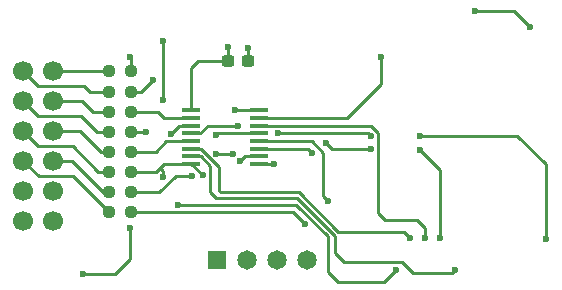
<source format=gbr>
%TF.GenerationSoftware,KiCad,Pcbnew,8.0.5*%
%TF.CreationDate,2024-11-30T18:41:16+03:00*%
%TF.ProjectId,pmod_esp32_4_layer.kicad_sch,706d6f64-5f65-4737-9033-325f345f6c61,rev?*%
%TF.SameCoordinates,Original*%
%TF.FileFunction,Copper,L4,Bot*%
%TF.FilePolarity,Positive*%
%FSLAX46Y46*%
G04 Gerber Fmt 4.6, Leading zero omitted, Abs format (unit mm)*
G04 Created by KiCad (PCBNEW 8.0.5) date 2024-11-30 18:41:16*
%MOMM*%
%LPD*%
G01*
G04 APERTURE LIST*
G04 Aperture macros list*
%AMRoundRect*
0 Rectangle with rounded corners*
0 $1 Rounding radius*
0 $2 $3 $4 $5 $6 $7 $8 $9 X,Y pos of 4 corners*
0 Add a 4 corners polygon primitive as box body*
4,1,4,$2,$3,$4,$5,$6,$7,$8,$9,$2,$3,0*
0 Add four circle primitives for the rounded corners*
1,1,$1+$1,$2,$3*
1,1,$1+$1,$4,$5*
1,1,$1+$1,$6,$7*
1,1,$1+$1,$8,$9*
0 Add four rect primitives between the rounded corners*
20,1,$1+$1,$2,$3,$4,$5,0*
20,1,$1+$1,$4,$5,$6,$7,0*
20,1,$1+$1,$6,$7,$8,$9,0*
20,1,$1+$1,$8,$9,$2,$3,0*%
G04 Aperture macros list end*
%TA.AperFunction,ComponentPad*%
%ADD10C,1.695000*%
%TD*%
%TA.AperFunction,ComponentPad*%
%ADD11R,1.650000X1.650000*%
%TD*%
%TA.AperFunction,ComponentPad*%
%ADD12C,1.650000*%
%TD*%
%TA.AperFunction,SMDPad,CuDef*%
%ADD13RoundRect,0.237500X-0.250000X-0.237500X0.250000X-0.237500X0.250000X0.237500X-0.250000X0.237500X0*%
%TD*%
%TA.AperFunction,SMDPad,CuDef*%
%ADD14RoundRect,0.051250X-0.733750X-0.153750X0.733750X-0.153750X0.733750X0.153750X-0.733750X0.153750X0*%
%TD*%
%TA.AperFunction,SMDPad,CuDef*%
%ADD15RoundRect,0.237500X0.300000X0.237500X-0.300000X0.237500X-0.300000X-0.237500X0.300000X-0.237500X0*%
%TD*%
%TA.AperFunction,ViaPad*%
%ADD16C,0.600000*%
%TD*%
%TA.AperFunction,Conductor*%
%ADD17C,0.254000*%
%TD*%
G04 APERTURE END LIST*
D10*
%TO.P,J2,1,1*%
%TO.N,Net-(J2-Pad1)*%
X132033500Y-98300000D03*
%TO.P,J2,2,2*%
%TO.N,Net-(J2-Pad2)*%
X132033500Y-100840000D03*
%TO.P,J2,3,3*%
%TO.N,Net-(J2-Pad3)*%
X132033500Y-103380000D03*
%TO.P,J2,4,4*%
%TO.N,Net-(J2-Pad4)*%
X132033500Y-105920000D03*
%TO.P,J2,5,5*%
%TO.N,/GND*%
X132033500Y-108460000D03*
%TO.P,J2,6,6*%
%TO.N,/VCC3V3*%
X132033500Y-111000000D03*
%TO.P,J2,7,7*%
%TO.N,Net-(J2-Pad7)*%
X129493500Y-98300000D03*
%TO.P,J2,8,8*%
%TO.N,Net-(J2-Pad8)*%
X129493500Y-100840000D03*
%TO.P,J2,9,9*%
%TO.N,Net-(J2-Pad9)*%
X129493500Y-103380000D03*
%TO.P,J2,10,10*%
%TO.N,Net-(J2-Pad10)*%
X129493500Y-105920000D03*
%TO.P,J2,11,11*%
%TO.N,/GND*%
X129493500Y-108460000D03*
%TO.P,J2,12,12*%
%TO.N,/VCC3V3*%
X129493500Y-111000000D03*
%TD*%
D11*
%TO.P,J1,1,1*%
%TO.N,/TXD0*%
X145847500Y-114350000D03*
D12*
%TO.P,J1,2,2*%
%TO.N,/RXD0*%
X148387500Y-114350000D03*
%TO.P,J1,3,3*%
%TO.N,/GND*%
X150927500Y-114350000D03*
%TO.P,J1,4,4*%
%TO.N,/IO0*%
X153467500Y-114350000D03*
%TD*%
D13*
%TO.P,R7,1*%
%TO.N,Net-(J2-Pad4)*%
X136737500Y-108600000D03*
%TO.P,R7,2*%
%TO.N,/CTS{slash}SCK*%
X138562500Y-108600000D03*
%TD*%
%TO.P,R1,1*%
%TO.N,Net-(J2-Pad1)*%
X136737500Y-98328574D03*
%TO.P,R1,2*%
%TO.N,/RTS{slash}SS*%
X138562500Y-98328574D03*
%TD*%
%TO.P,R4,1*%
%TO.N,Net-(J2-Pad9)*%
X136737500Y-106850000D03*
%TO.P,R4,2*%
%TO.N,/SELECT*%
X138562500Y-106850000D03*
%TD*%
%TO.P,R8,1*%
%TO.N,Net-(J2-Pad8)*%
X136737500Y-103500000D03*
%TO.P,R8,2*%
%TO.N,/EN*%
X138562500Y-103500000D03*
%TD*%
%TO.P,R2,1*%
%TO.N,Net-(J2-Pad7)*%
X136737500Y-100057145D03*
%TO.P,R2,2*%
%TO.N,/INT*%
X138562500Y-100057145D03*
%TD*%
D14*
%TO.P,U2,1,IN*%
%TO.N,/SELECT*%
X143710000Y-106200000D03*
%TO.P,U2,2,NC1*%
%TO.N,/MISO*%
X143710000Y-105550000D03*
%TO.P,U2,3,NO1*%
%TO.N,/TXD*%
X143710000Y-104900000D03*
%TO.P,U2,4,COM1*%
%TO.N,/TXD{slash}MISO*%
X143710000Y-104250000D03*
%TO.P,U2,5,NC2*%
%TO.N,/MOSI*%
X143710000Y-103600000D03*
%TO.P,U2,6,NO2*%
%TO.N,/RXD*%
X143710000Y-102950000D03*
%TO.P,U2,7,COM2*%
%TO.N,/RXD{slash}MOSI*%
X143710000Y-102300000D03*
%TO.P,U2,8,GND*%
%TO.N,/GND*%
X143710000Y-101650000D03*
%TO.P,U2,9,COM3*%
%TO.N,/RTS{slash}SS*%
X149450000Y-101650000D03*
%TO.P,U2,10,NO3*%
%TO.N,/RTS*%
X149450000Y-102300000D03*
%TO.P,U2,11,NC3*%
%TO.N,/SS*%
X149450000Y-102950000D03*
%TO.P,U2,12,COM4*%
%TO.N,/CTS{slash}SCK*%
X149450000Y-103600000D03*
%TO.P,U2,13,NO4*%
%TO.N,/CTS*%
X149450000Y-104250000D03*
%TO.P,U2,14,NC4*%
%TO.N,/SCK*%
X149450000Y-104900000D03*
%TO.P,U2,15,~{EN}*%
%TO.N,/GND*%
X149450000Y-105550000D03*
%TO.P,U2,16,V+*%
%TO.N,/VCC3V3*%
X149450000Y-106200000D03*
%TD*%
D13*
%TO.P,R9,1*%
%TO.N,Net-(J2-Pad2)*%
X136737500Y-101800000D03*
%TO.P,R9,2*%
%TO.N,/RXD{slash}MOSI*%
X138562500Y-101800000D03*
%TD*%
%TO.P,R6,1*%
%TO.N,Net-(J2-Pad10)*%
X136737500Y-110300000D03*
%TO.P,R6,2*%
%TO.N,/GPIO*%
X138562500Y-110300000D03*
%TD*%
D15*
%TO.P,C4,1*%
%TO.N,/VCC3V3*%
X148500000Y-97500000D03*
%TO.P,C4,2*%
%TO.N,/GND*%
X146775000Y-97500000D03*
%TD*%
D13*
%TO.P,R3,1*%
%TO.N,Net-(J2-Pad3)*%
X136737500Y-105150000D03*
%TO.P,R3,2*%
%TO.N,/TXD{slash}MISO*%
X138562500Y-105150000D03*
%TD*%
D16*
%TO.N,/EN*%
X139850000Y-103500000D03*
X167750000Y-93200000D03*
X172400000Y-94600000D03*
X141300000Y-95750000D03*
X141300000Y-100800000D03*
%TO.N,/GND*%
X146779828Y-96270172D03*
X147850000Y-105977000D03*
%TO.N,/VCC3V3*%
X148500000Y-96350000D03*
X150750000Y-106200000D03*
%TO.N,/RTS{slash}SS*%
X147400000Y-101600000D03*
X138550000Y-97150000D03*
%TO.N,/INT*%
X140450000Y-99050000D03*
%TO.N,/SELECT*%
X141307097Y-107301471D03*
X144673001Y-107163711D03*
X147200000Y-105350000D03*
X145823001Y-105341290D03*
X134550000Y-115500000D03*
X138500000Y-111600000D03*
%TO.N,/GPIO*%
X153350000Y-111300000D03*
%TO.N,/CTS{slash}SCK*%
X143750000Y-107200000D03*
X145823000Y-103700000D03*
%TO.N,/TXD*%
X162250000Y-112500000D03*
%TO.N,/SS*%
X163500000Y-112450000D03*
%TO.N,/MOSI*%
X163050000Y-103800000D03*
X158900000Y-103800000D03*
X173700000Y-112550000D03*
X151050000Y-103600000D03*
X147700000Y-102973000D03*
%TO.N,/CTS*%
X155300000Y-109300000D03*
%TO.N,/MISO*%
X166050000Y-115150000D03*
%TO.N,/RTS*%
X159750000Y-97150000D03*
%TO.N,/SCK*%
X163100000Y-105000000D03*
X158900000Y-104950000D03*
X153968356Y-105268356D03*
X164800000Y-112500000D03*
X155150000Y-104450000D03*
%TO.N,/RXD*%
X161000000Y-115150000D03*
X142000000Y-103623000D03*
X142600000Y-109650000D03*
%TD*%
D17*
%TO.N,/EN*%
X141300000Y-100800000D02*
X141300000Y-95750000D01*
X138562500Y-103500000D02*
X139850000Y-103500000D01*
X171000000Y-93200000D02*
X167750000Y-93200000D01*
X172400000Y-94600000D02*
X171000000Y-93200000D01*
%TO.N,/GND*%
X148277000Y-105550000D02*
X147850000Y-105977000D01*
X143710000Y-101650000D02*
X143710000Y-98040000D01*
X149450000Y-105550000D02*
X148277000Y-105550000D01*
X143710000Y-98040000D02*
X144250000Y-97500000D01*
X146775000Y-97500000D02*
X146775000Y-96275000D01*
X144250000Y-97500000D02*
X146775000Y-97500000D01*
X146775000Y-96275000D02*
X146779828Y-96270172D01*
%TO.N,/VCC3V3*%
X148500000Y-97500000D02*
X148500000Y-96350000D01*
X149450000Y-106200000D02*
X150750000Y-106200000D01*
%TO.N,Net-(J2-Pad10)*%
X136737500Y-110300000D02*
X136737500Y-110287500D01*
X130773500Y-107200000D02*
X129493500Y-105920000D01*
X136737500Y-110287500D02*
X133650000Y-107200000D01*
X133650000Y-107200000D02*
X130773500Y-107200000D01*
%TO.N,Net-(J2-Pad2)*%
X136737500Y-101800000D02*
X135400000Y-101800000D01*
X135400000Y-101800000D02*
X134440000Y-100840000D01*
X134440000Y-100840000D02*
X132033500Y-100840000D01*
%TO.N,Net-(J2-Pad7)*%
X134600000Y-99550000D02*
X130743500Y-99550000D01*
X130743500Y-99550000D02*
X129493500Y-98300000D01*
X136737500Y-100057145D02*
X135107145Y-100057145D01*
X135107145Y-100057145D02*
X134600000Y-99550000D01*
%TO.N,Net-(J2-Pad1)*%
X132062074Y-98328574D02*
X132033500Y-98300000D01*
X136737500Y-98328574D02*
X132062074Y-98328574D01*
%TO.N,Net-(J2-Pad3)*%
X136050000Y-105150000D02*
X134280000Y-103380000D01*
X136737500Y-105150000D02*
X136050000Y-105150000D01*
X134280000Y-103380000D02*
X132033500Y-103380000D01*
%TO.N,Net-(J2-Pad8)*%
X134350000Y-102100000D02*
X130753500Y-102100000D01*
X136737500Y-103500000D02*
X135750000Y-103500000D01*
X130753500Y-102100000D02*
X129493500Y-100840000D01*
X135750000Y-103500000D02*
X134350000Y-102100000D01*
%TO.N,Net-(J2-Pad4)*%
X133570000Y-105920000D02*
X132033500Y-105920000D01*
X136250000Y-108600000D02*
X133570000Y-105920000D01*
X136737500Y-108600000D02*
X136250000Y-108600000D01*
%TO.N,Net-(J2-Pad9)*%
X135850000Y-106850000D02*
X133650000Y-104650000D01*
X130763500Y-104650000D02*
X129493500Y-103380000D01*
X136737500Y-106850000D02*
X135850000Y-106850000D01*
X133650000Y-104650000D02*
X130763500Y-104650000D01*
%TO.N,/RTS{slash}SS*%
X138562500Y-97162500D02*
X138550000Y-97150000D01*
X138562500Y-98328574D02*
X138562500Y-97162500D01*
X147400000Y-101600000D02*
X149400000Y-101600000D01*
X149400000Y-101600000D02*
X149450000Y-101650000D01*
%TO.N,/INT*%
X138562500Y-100057145D02*
X139442855Y-100057145D01*
X139442855Y-100057145D02*
X140450000Y-99050000D01*
%TO.N,/TXD{slash}MISO*%
X141600000Y-104250000D02*
X143710000Y-104250000D01*
X140700000Y-105150000D02*
X141600000Y-104250000D01*
X138562500Y-105150000D02*
X140700000Y-105150000D01*
%TO.N,/SELECT*%
X134550000Y-115500000D02*
X137250000Y-115500000D01*
X141307097Y-107301471D02*
X141307097Y-106807097D01*
X138500000Y-114250000D02*
X138500000Y-114150000D01*
X145823001Y-105341290D02*
X147191290Y-105341290D01*
X143710000Y-106200710D02*
X144673001Y-107163711D01*
X141400000Y-106200000D02*
X143710000Y-106200000D01*
X143710000Y-106200000D02*
X143710000Y-106200710D01*
X140750000Y-106850000D02*
X141050000Y-106550000D01*
X141050000Y-106550000D02*
X141400000Y-106200000D01*
X147191290Y-105341290D02*
X147200000Y-105350000D01*
X138562500Y-106850000D02*
X140750000Y-106850000D01*
X137250000Y-115500000D02*
X138500000Y-114250000D01*
X141307097Y-106807097D02*
X141050000Y-106550000D01*
X138500000Y-114150000D02*
X138500000Y-111600000D01*
%TO.N,/GPIO*%
X152350000Y-110300000D02*
X138562500Y-110300000D01*
X153350000Y-111300000D02*
X152350000Y-110300000D01*
%TO.N,/CTS{slash}SCK*%
X142400000Y-107200000D02*
X141000000Y-108600000D01*
X143750000Y-107200000D02*
X142400000Y-107200000D01*
X145923000Y-103600000D02*
X149450000Y-103600000D01*
X141000000Y-108600000D02*
X138562500Y-108600000D01*
X145823000Y-103700000D02*
X145923000Y-103600000D01*
%TO.N,/RXD{slash}MOSI*%
X138562500Y-101800000D02*
X140900000Y-101800000D01*
X141400000Y-102300000D02*
X143710000Y-102300000D01*
X140900000Y-101800000D02*
X141400000Y-102300000D01*
%TO.N,/TXD*%
X156170818Y-111950000D02*
X152820818Y-108600000D01*
X161700000Y-111950000D02*
X156170818Y-111950000D01*
X144494999Y-104900000D02*
X143710000Y-104900000D01*
X162250000Y-112500000D02*
X161700000Y-111950000D01*
X152820818Y-108600000D02*
X146200000Y-108600000D01*
X146050000Y-106455001D02*
X144494999Y-104900000D01*
X146200000Y-108600000D02*
X146050000Y-108450000D01*
X146050000Y-108450000D02*
X146050000Y-106455001D01*
%TO.N,/SS*%
X162800000Y-110900000D02*
X163500000Y-111600000D01*
X159527000Y-103540288D02*
X159527000Y-110327000D01*
X149450000Y-102950000D02*
X158936712Y-102950000D01*
X158936712Y-102950000D02*
X159527000Y-103540288D01*
X160100000Y-110900000D02*
X162800000Y-110900000D01*
X163500000Y-111600000D02*
X163500000Y-112450000D01*
X159527000Y-110327000D02*
X160100000Y-110900000D01*
%TO.N,/MOSI*%
X145110846Y-102973000D02*
X144483846Y-103600000D01*
X173700000Y-106200000D02*
X171300000Y-103800000D01*
X144483846Y-103600000D02*
X143710000Y-103600000D01*
X158900000Y-103800000D02*
X158700000Y-103600000D01*
X158700000Y-103600000D02*
X151050000Y-103600000D01*
X173700000Y-112550000D02*
X173700000Y-106200000D01*
X171300000Y-103800000D02*
X163050000Y-103800000D01*
X147700000Y-102973000D02*
X145110846Y-102973000D01*
%TO.N,/CTS*%
X149450000Y-104250000D02*
X153900000Y-104250000D01*
X154900000Y-108900000D02*
X155300000Y-109300000D01*
X153900000Y-104250000D02*
X154900000Y-105250000D01*
X154900000Y-105250000D02*
X154900000Y-108900000D01*
%TO.N,/MISO*%
X162500000Y-115450000D02*
X161573000Y-114523000D01*
X166050000Y-115150000D02*
X165750000Y-115450000D01*
X152678765Y-109100000D02*
X145800000Y-109100000D01*
X145300000Y-106355001D02*
X144494999Y-105550000D01*
X165750000Y-115450000D02*
X162500000Y-115450000D01*
X144494999Y-105550000D02*
X143710000Y-105550000D01*
X145300000Y-108600000D02*
X145300000Y-106355001D01*
X156673000Y-114523000D02*
X155900000Y-113750000D01*
X155900000Y-112321235D02*
X152678765Y-109100000D01*
X161573000Y-114523000D02*
X156673000Y-114523000D01*
X155900000Y-113750000D02*
X155900000Y-112321235D01*
X145800000Y-109100000D02*
X145300000Y-108600000D01*
%TO.N,/RTS*%
X156850000Y-102300000D02*
X159750000Y-99400000D01*
X159750000Y-99400000D02*
X159750000Y-97150000D01*
X149450000Y-102300000D02*
X156850000Y-102300000D01*
%TO.N,/SCK*%
X164800000Y-112500000D02*
X164800000Y-106700000D01*
X158900000Y-104950000D02*
X155650000Y-104950000D01*
X153600000Y-104900000D02*
X149450000Y-104900000D01*
X164800000Y-106700000D02*
X163100000Y-105000000D01*
X155650000Y-104950000D02*
X155150000Y-104450000D01*
X153968356Y-105268356D02*
X153600000Y-104900000D01*
%TO.N,/RXD*%
X161000000Y-115150000D02*
X160000000Y-116150000D01*
X155250000Y-115300000D02*
X155250000Y-112313288D01*
X160000000Y-116150000D02*
X156100000Y-116150000D01*
X156100000Y-116150000D02*
X155250000Y-115300000D01*
X152586712Y-109650000D02*
X142600000Y-109650000D01*
X142000000Y-103623000D02*
X142673000Y-102950000D01*
X142673000Y-102950000D02*
X143710000Y-102950000D01*
X155250000Y-112313288D02*
X152586712Y-109650000D01*
%TD*%
M02*

</source>
